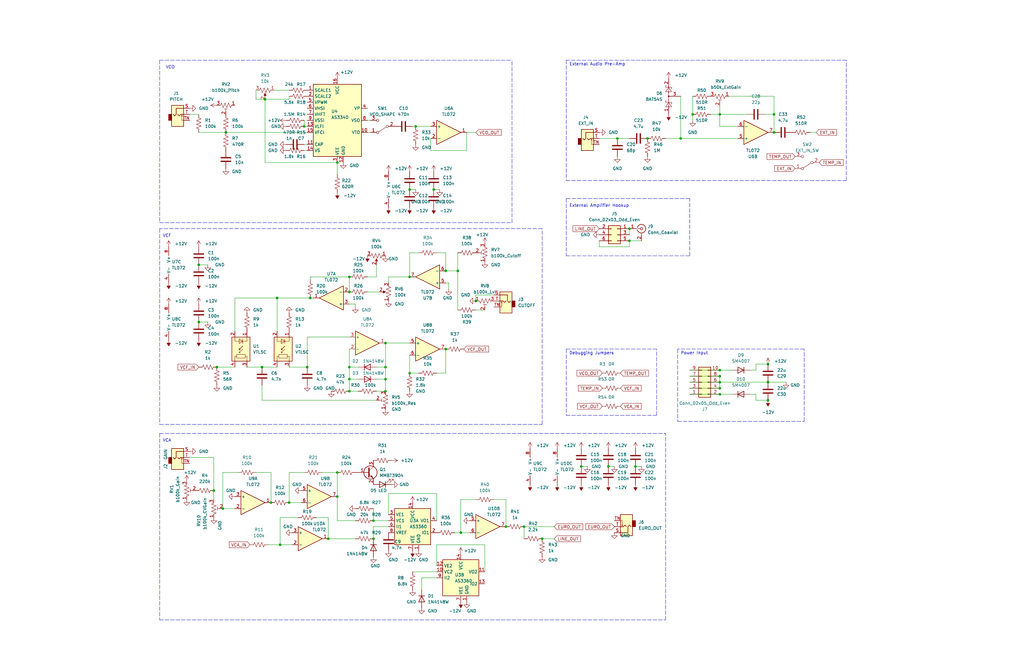
<source format=kicad_sch>
(kicad_sch (version 20211123) (generator eeschema)
  (paper "B")
  (title_block (title "2022 Burning Man Synth"))
  (junction (at 95.25 55.88))
  (junction (at 129.54 154.94))
  (junction (at 292.1 48.26))
  (junction (at 162.56 154.94))
  (junction (at 172.72 157.48))
  (junction (at 303.53 166.37))
  (junction (at 147.32 123.19))
  (junction (at 116.84 125.73))
  (junction (at 194.31 224.79))
  (junction (at 142.24 209.55))
  (junction (at 303.53 156.21))
  (junction (at 213.36 222.25))
  (junction (at 121.92 212.09))
  (junction (at 157.48 227.33))
  (junction (at 162.56 144.78))
  (junction (at 228.6 227.33))
  (junction (at 303.53 158.75))
  (junction (at 147.32 154.94))
  (junction (at 323.85 161.29))
  (junction (at 172.72 116.84))
  (junction (at 110.49 154.94))
  (junction (at 83.82 111.76))
  (junction (at 93.98 214.63))
  (junction (at 111.76 41.91))
  (junction (at 147.32 116.84))
  (junction (at 260.35 58.42))
  (junction (at 220.98 222.25))
  (junction (at 303.53 161.29))
  (junction (at 118.11 229.87))
  (junction (at 256.54 196.85))
  (junction (at 128.27 53.34))
  (junction (at 265.43 101.6))
  (junction (at 182.88 80.01))
  (junction (at 326.39 55.88))
  (junction (at 323.85 168.91))
  (junction (at 130.81 125.73))
  (junction (at 172.72 80.01))
  (junction (at 287.02 58.42))
  (junction (at 83.82 135.89))
  (junction (at 138.43 227.33))
  (junction (at 200.66 127))
  (junction (at 114.3 212.09))
  (junction (at 157.48 219.71))
  (junction (at 265.43 96.52))
  (junction (at 267.97 196.85))
  (junction (at 245.11 196.85))
  (junction (at 175.26 53.34))
  (junction (at 323.85 153.67))
  (junction (at 326.39 48.26))
  (junction (at 187.96 114.3))
  (junction (at 303.53 163.83))
  (junction (at 193.04 114.3))
  (junction (at 142.24 199.39))
  (junction (at 303.53 48.26))
  (junction (at 147.32 160.02))
  (junction (at 187.96 147.32))
  (junction (at 90.17 207.01))
  (junction (at 147.32 165.1))
  (junction (at 162.56 160.02))
  (junction (at 91.44 154.94))
  (junction (at 273.05 58.42))
  (junction (at 162.56 165.1))
  (junction (at 142.24 68.58))
  (wire (pts (xy 187.96 157.48) (xy 187.96 147.32)))
  (wire (pts (xy 121.92 212.09) (xy 127 212.09)))
  (wire (pts (xy 228.6 227.33) (xy 233.68 227.33)))
  (wire (pts (xy 147.32 160.02) (xy 147.32 154.94)))
  (wire (pts (xy 265.43 104.14) (xy 265.43 101.6)))
  (wire (pts (xy 80.01 193.04) (xy 90.17 193.04)))
  (wire (pts (xy 213.36 210.82) (xy 213.36 222.25)))
  (polyline (pts (xy 290.83 107.95) (xy 290.83 83.82)))
  (wire (pts (xy 172.72 80.01) (xy 175.26 80.01)))
  (wire (pts (xy 303.53 166.37) (xy 308.61 166.37)))
  (wire (pts (xy 208.28 210.82) (xy 213.36 210.82)))
  (wire (pts (xy 90.17 193.04) (xy 90.17 207.01)))
  (wire (pts (xy 184.15 157.48) (xy 187.96 157.48)))
  (polyline (pts (xy 215.9 93.98) (xy 215.9 25.4)))
  (wire (pts (xy 110.49 162.56) (xy 110.49 168.91)))
  (wire (pts (xy 200.66 130.81) (xy 204.47 130.81)))
  (wire (pts (xy 83.82 55.88) (xy 95.25 55.88)))
  (wire (pts (xy 265.43 101.6) (xy 270.51 101.6)))
  (wire (pts (xy 151.13 165.1) (xy 147.32 165.1)))
  (polyline (pts (xy 238.76 25.4) (xy 238.76 76.2)))
  (wire (pts (xy 128.27 53.34) (xy 129.54 53.34)))
  (polyline (pts (xy 67.31 25.4) (xy 215.9 25.4)))
  (wire (pts (xy 118.11 229.87) (xy 123.19 229.87)))
  (wire (pts (xy 130.81 118.11) (xy 130.81 116.84)))
  (wire (pts (xy 93.98 199.39) (xy 93.98 214.63)))
  (wire (pts (xy 326.39 48.26) (xy 322.58 48.26)))
  (wire (pts (xy 99.06 125.73) (xy 116.84 125.73)))
  (wire (pts (xy 181.61 53.34) (xy 175.26 53.34)))
  (polyline (pts (xy 238.76 175.26) (xy 276.86 175.26)))
  (wire (pts (xy 341.63 55.88) (xy 344.17 55.88)))
  (wire (pts (xy 83.82 135.89) (xy 87.63 135.89)))
  (wire (pts (xy 200.66 210.82) (xy 194.31 210.82)))
  (wire (pts (xy 158.75 154.94) (xy 162.56 154.94)))
  (wire (pts (xy 128.27 50.8) (xy 128.27 53.34)))
  (wire (pts (xy 142.24 199.39) (xy 142.24 209.55)))
  (wire (pts (xy 99.06 139.7) (xy 99.06 125.73)))
  (wire (pts (xy 138.43 227.33) (xy 138.43 218.44)))
  (wire (pts (xy 184.15 208.28) (xy 184.15 219.71)))
  (wire (pts (xy 110.49 168.91) (xy 158.75 168.91)))
  (wire (pts (xy 290.83 161.29) (xy 303.53 161.29)))
  (wire (pts (xy 163.83 119.38) (xy 163.83 116.84)))
  (wire (pts (xy 318.77 166.37) (xy 316.23 166.37)))
  (wire (pts (xy 93.98 214.63) (xy 99.06 214.63)))
  (wire (pts (xy 80.01 48.26) (xy 83.82 48.26)))
  (wire (pts (xy 196.85 55.88) (xy 196.85 63.5)))
  (wire (pts (xy 187.96 119.38) (xy 189.23 119.38)))
  (polyline (pts (xy 67.31 182.88) (xy 280.67 182.88)))
  (wire (pts (xy 220.98 222.25) (xy 233.68 222.25)))
  (wire (pts (xy 290.83 156.21) (xy 303.53 156.21)))
  (wire (pts (xy 173.99 241.3) (xy 184.15 241.3)))
  (wire (pts (xy 158.75 165.1) (xy 162.56 165.1)))
  (polyline (pts (xy 356.87 25.4) (xy 238.76 25.4)))
  (wire (pts (xy 147.32 142.24) (xy 129.54 142.24)))
  (wire (pts (xy 129.54 142.24) (xy 129.54 154.94)))
  (wire (pts (xy 158.75 116.84) (xy 158.75 111.76)))
  (wire (pts (xy 184.15 229.87) (xy 204.47 229.87)))
  (wire (pts (xy 154.94 55.88) (xy 156.21 55.88)))
  (polyline (pts (xy 339.09 147.32) (xy 285.75 147.32)))
  (wire (pts (xy 260.35 58.42) (xy 265.43 58.42)))
  (wire (pts (xy 130.81 116.84) (xy 147.32 116.84)))
  (wire (pts (xy 200.66 124.46) (xy 200.66 127)))
  (wire (pts (xy 200.66 55.88) (xy 196.85 55.88)))
  (wire (pts (xy 128.27 63.5) (xy 129.54 63.5)))
  (wire (pts (xy 125.73 218.44) (xy 118.11 218.44)))
  (wire (pts (xy 156.21 50.8) (xy 154.94 50.8)))
  (wire (pts (xy 290.83 166.37) (xy 303.53 166.37)))
  (wire (pts (xy 172.72 106.68) (xy 172.72 116.84)))
  (wire (pts (xy 142.24 73.66) (xy 142.24 68.58)))
  (wire (pts (xy 194.31 210.82) (xy 194.31 224.79)))
  (wire (pts (xy 292.1 48.26) (xy 292.1 50.8)))
  (wire (pts (xy 323.85 161.29) (xy 331.47 161.29)))
  (wire (pts (xy 95.25 55.88) (xy 129.54 55.88)))
  (wire (pts (xy 121.92 154.94) (xy 129.54 154.94)))
  (polyline (pts (xy 67.31 179.07) (xy 228.6 179.07)))
  (wire (pts (xy 114.3 199.39) (xy 107.95 199.39)))
  (wire (pts (xy 142.24 199.39) (xy 135.89 199.39)))
  (wire (pts (xy 194.31 224.79) (xy 198.12 224.79)))
  (wire (pts (xy 245.11 196.85) (xy 247.65 196.85)))
  (wire (pts (xy 193.04 114.3) (xy 187.96 114.3)))
  (wire (pts (xy 90.17 207.01) (xy 90.17 210.82)))
  (wire (pts (xy 147.32 154.94) (xy 151.13 154.94)))
  (wire (pts (xy 193.04 106.68) (xy 193.04 114.3)))
  (polyline (pts (xy 67.31 96.52) (xy 67.31 179.07)))
  (wire (pts (xy 184.15 106.68) (xy 187.96 106.68)))
  (wire (pts (xy 318.77 168.91) (xy 318.77 166.37)))
  (wire (pts (xy 157.48 222.25) (xy 157.48 227.33)))
  (wire (pts (xy 163.83 208.28) (xy 184.15 208.28)))
  (wire (pts (xy 118.11 229.87) (xy 113.03 229.87)))
  (wire (pts (xy 176.53 106.68) (xy 172.72 106.68)))
  (wire (pts (xy 157.48 214.63) (xy 157.48 219.71)))
  (polyline (pts (xy 339.09 177.8) (xy 339.09 147.32)))
  (polyline (pts (xy 276.86 175.26) (xy 276.86 147.32)))
  (wire (pts (xy 100.33 199.39) (xy 93.98 199.39)))
  (wire (pts (xy 138.43 218.44) (xy 133.35 218.44)))
  (wire (pts (xy 311.15 53.34) (xy 303.53 53.34)))
  (wire (pts (xy 299.72 48.26) (xy 303.53 48.26)))
  (polyline (pts (xy 285.75 147.32) (xy 285.75 177.8)))
  (wire (pts (xy 149.86 227.33) (xy 138.43 227.33)))
  (wire (pts (xy 116.84 125.73) (xy 116.84 139.7)))
  (wire (pts (xy 290.83 163.83) (xy 303.53 163.83)))
  (wire (pts (xy 116.84 125.73) (xy 130.81 125.73)))
  (wire (pts (xy 189.23 119.38) (xy 189.23 121.92)))
  (wire (pts (xy 121.92 41.91) (xy 121.92 40.64)))
  (wire (pts (xy 303.53 53.34) (xy 303.53 48.26)))
  (wire (pts (xy 307.34 40.64) (xy 326.39 40.64)))
  (polyline (pts (xy 228.6 96.52) (xy 67.31 96.52)))
  (wire (pts (xy 147.32 165.1) (xy 147.32 160.02)))
  (wire (pts (xy 83.82 111.76) (xy 87.63 111.76)))
  (wire (pts (xy 157.48 219.71) (xy 163.83 219.71)))
  (wire (pts (xy 104.14 154.94) (xy 110.49 154.94)))
  (wire (pts (xy 163.83 217.17) (xy 163.83 208.28)))
  (polyline (pts (xy 67.31 93.98) (xy 215.9 93.98)))
  (polyline (pts (xy 228.6 179.07) (xy 228.6 96.52)))
  (wire (pts (xy 267.97 196.85) (xy 270.51 196.85)))
  (wire (pts (xy 204.47 229.87) (xy 204.47 241.3)))
  (wire (pts (xy 147.32 128.27) (xy 149.86 128.27)))
  (polyline (pts (xy 238.76 147.32) (xy 238.76 175.26)))
  (wire (pts (xy 187.96 106.68) (xy 187.96 114.3)))
  (wire (pts (xy 172.72 157.48) (xy 176.53 157.48)))
  (wire (pts (xy 142.24 209.55) (xy 142.24 219.71)))
  (wire (pts (xy 290.83 158.75) (xy 303.53 158.75)))
  (wire (pts (xy 181.61 63.5) (xy 181.61 58.42)))
  (wire (pts (xy 182.88 80.01) (xy 185.42 80.01)))
  (wire (pts (xy 149.86 128.27) (xy 149.86 129.54)))
  (wire (pts (xy 303.53 48.26) (xy 303.53 44.45)))
  (wire (pts (xy 252.73 101.6) (xy 252.73 104.14)))
  (wire (pts (xy 154.94 116.84) (xy 158.75 116.84)))
  (wire (pts (xy 287.02 58.42) (xy 311.15 58.42)))
  (wire (pts (xy 162.56 154.94) (xy 162.56 144.78)))
  (wire (pts (xy 162.56 144.78) (xy 172.72 144.78)))
  (wire (pts (xy 177.8 243.84) (xy 177.8 248.92)))
  (polyline (pts (xy 67.31 182.88) (xy 67.31 261.62)))
  (wire (pts (xy 196.85 63.5) (xy 181.61 63.5)))
  (wire (pts (xy 326.39 40.64) (xy 326.39 48.26)))
  (wire (pts (xy 208.28 124.46) (xy 200.66 124.46)))
  (wire (pts (xy 292.1 40.64) (xy 292.1 48.26)))
  (wire (pts (xy 303.53 156.21) (xy 308.61 156.21)))
  (polyline (pts (xy 285.75 177.8) (xy 339.09 177.8)))
  (polyline (pts (xy 238.76 76.2) (xy 356.87 76.2)))
  (wire (pts (xy 111.76 68.58) (xy 142.24 68.58)))
  (wire (pts (xy 128.27 60.96) (xy 129.54 60.96)))
  (wire (pts (xy 147.32 147.32) (xy 147.32 154.94)))
  (wire (pts (xy 280.67 58.42) (xy 287.02 58.42)))
  (wire (pts (xy 163.83 116.84) (xy 172.72 116.84)))
  (wire (pts (xy 303.53 161.29) (xy 303.53 158.75)))
  (wire (pts (xy 149.86 219.71) (xy 142.24 219.71)))
  (wire (pts (xy 193.04 114.3) (xy 193.04 130.81)))
  (wire (pts (xy 265.43 96.52) (xy 265.43 99.06)))
  (wire (pts (xy 163.83 222.25) (xy 157.48 222.25)))
  (wire (pts (xy 114.3 212.09) (xy 114.3 199.39)))
  (wire (pts (xy 154.94 123.19) (xy 160.02 123.19)))
  (wire (pts (xy 172.72 149.86) (xy 172.72 157.48)))
  (wire (pts (xy 158.75 160.02) (xy 162.56 160.02)))
  (wire (pts (xy 318.77 156.21) (xy 316.23 156.21)))
  (wire (pts (xy 128.27 199.39) (xy 121.92 199.39)))
  (polyline (pts (xy 290.83 83.82) (xy 238.76 83.82)))
  (wire (pts (xy 107.95 41.91) (xy 111.76 41.91)))
  (wire (pts (xy 252.73 104.14) (xy 265.43 104.14)))
  (wire (pts (xy 110.49 154.94) (xy 116.84 154.94)))
  (wire (pts (xy 162.56 165.1) (xy 162.56 160.02)))
  (wire (pts (xy 175.26 53.34) (xy 173.99 53.34)))
  (wire (pts (xy 220.98 222.25) (xy 220.98 227.33)))
  (wire (pts (xy 162.56 160.02) (xy 162.56 154.94)))
  (wire (pts (xy 326.39 55.88) (xy 326.39 48.26)))
  (wire (pts (xy 151.13 160.02) (xy 147.32 160.02)))
  (wire (pts (xy 303.53 163.83) (xy 303.53 161.29)))
  (polyline (pts (xy 238.76 107.95) (xy 290.83 107.95)))
  (polyline (pts (xy 67.31 261.62) (xy 280.67 261.62)))
  (wire (pts (xy 184.15 238.76) (xy 184.15 229.87)))
  (polyline (pts (xy 67.31 25.4) (xy 67.31 93.98)))
  (wire (pts (xy 184.15 243.84) (xy 177.8 243.84)))
  (wire (pts (xy 107.95 38.1) (xy 107.95 41.91)))
  (wire (pts (xy 323.85 168.91) (xy 318.77 168.91)))
  (wire (pts (xy 303.53 48.26) (xy 314.96 48.26)))
  (wire (pts (xy 115.57 38.1) (xy 121.92 38.1)))
  (wire (pts (xy 111.76 41.91) (xy 121.92 41.91)))
  (polyline (pts (xy 238.76 83.82) (xy 238.76 107.95)))
  (wire (pts (xy 256.54 196.85) (xy 259.08 196.85)))
  (wire (pts (xy 191.77 224.79) (xy 194.31 224.79)))
  (wire (pts (xy 118.11 218.44) (xy 118.11 229.87)))
  (polyline (pts (xy 238.76 147.32) (xy 276.86 147.32)))
  (wire (pts (xy 287.02 40.64) (xy 287.02 58.42)))
  (wire (pts (xy 91.44 154.94) (xy 99.06 154.94)))
  (wire (pts (xy 121.92 199.39) (xy 121.92 212.09)))
  (polyline (pts (xy 280.67 261.62) (xy 280.67 182.88)))
  (wire (pts (xy 130.81 125.73) (xy 132.08 125.73)))
  (wire (pts (xy 111.76 41.91) (xy 111.76 68.58)))
  (wire (pts (xy 323.85 153.67) (xy 318.77 153.67)))
  (polyline (pts (xy 356.87 76.2) (xy 356.87 25.4)))
  (wire (pts (xy 303.53 161.29) (xy 323.85 161.29)))
  (wire (pts (xy 252.73 58.42) (xy 260.35 58.42)))
  (wire (pts (xy 318.77 153.67) (xy 318.77 156.21)))
  (wire (pts (xy 147.32 116.84) (xy 147.32 123.19)))
  (text "VCF" (at 68.58 100.33 0) (effects (font (size 1.27 1.27)) (justify left bottom)))
  (text "VCA" (at 68.58 186.69 0) (effects (font (size 1.27 1.27)) (justify left bottom)))
  (text "Debugging Jumpers" (at 240.03 149.86 0) (effects (font (size 1.27 1.27)) (justify left bottom)))
  (text "VCO" (at 69.85 29.21 0) (effects (font (size 1.27 1.27)) (justify left bottom)))
  (text "Power Input" (at 287.02 149.86 0) (effects (font (size 1.27 1.27)) (justify left bottom)))
  (text "External Amplifier Hookup" (at 240.03 87.63 0) (effects (font (size 1.27 1.27)) (justify left bottom)))
  (text "External Audio Pre-Amp" (at 240.03 27.94 0) (effects (font (size 1.27 1.27)) (justify left bottom)))
  (global_label "TEMP_OUT" (shape input) (at 335.28 66.04 180) (property "Intersheet References" "${INTERSHEET_REFS}" (effects hide)))
  (global_label "LINE_OUT" (shape input) (at 233.68 227.33 0) (property "Intersheet References" "${INTERSHEET_REFS}" (effects hide)))
  (global_label "TEMP_IN" (shape input) (at 345.44 68.58 0) (property "Intersheet References" "${INTERSHEET_REFS}" (effects hide)))
  (global_label "TEMP_IN" (shape input) (at 254 163.83 180) (property "Intersheet References" "${INTERSHEET_REFS}" (effects hide)))
  (global_label "VCA_IN" (shape input) (at 261.62 171.45 0) (property "Intersheet References" "${INTERSHEET_REFS}" (effects hide)))
  (global_label "LINE_OUT" (shape input) (at 252.73 96.52 180) (property "Intersheet References" "${INTERSHEET_REFS}" (effects hide)))
  (global_label "EURO_OUT" (shape input) (at 233.68 222.25 0) (property "Intersheet References" "${INTERSHEET_REFS}" (effects hide)))
  (global_label "EXT_IN" (shape input) (at 344.17 55.88 0) (property "Intersheet References" "${INTERSHEET_REFS}" (effects hide)))
  (global_label "VCO_OUT" (shape input) (at 200.66 55.88 0) (property "Intersheet References" "${INTERSHEET_REFS}" (effects hide)))
  (global_label "EURO_OUT" (shape input) (at 259.08 222.25 180) (property "Intersheet References" "${INTERSHEET_REFS}" (effects hide)))
  (global_label "EXT_IN" (shape input) (at 335.28 71.12 180) (property "Intersheet References" "${INTERSHEET_REFS}" (effects hide)))
  (global_label "VCA_IN" (shape input) (at 105.41 229.87 180) (property "Intersheet References" "${INTERSHEET_REFS}" (effects hide)))
  (global_label "VCF_IN" (shape input) (at 261.62 163.83 0) (property "Intersheet References" "${INTERSHEET_REFS}" (effects hide)))
  (global_label "VCO_OUT" (shape input) (at 254 157.48 180) (property "Intersheet References" "${INTERSHEET_REFS}" (effects hide)))
  (global_label "TEMP_OUT" (shape input) (at 261.62 157.48 0) (property "Intersheet References" "${INTERSHEET_REFS}" (effects hide)))
  (global_label "VCF_OUT" (shape input) (at 254 171.45 180) (property "Intersheet References" "${INTERSHEET_REFS}" (effects hide)))
  (global_label "VCF_IN" (shape input) (at 83.82 154.94 180) (property "Intersheet References" "${INTERSHEET_REFS}" (effects hide)))
  (global_label "VCF_OUT" (shape input) (at 195.58 147.32 0) (property "Intersheet References" "${INTERSHEET_REFS}" (effects hide)))
  (symbol (lib_id "Diode:BAT54S") (at 281.94 40.64 90) (unit 1)
    (property "Reference" "D6" (at 279.4 39.3699 90) (effects (justify left)))
    (property "Value" "BAT54S" (at 279.4 41.9099 90) (effects (justify left)))
    (property "Footprint" "Package_TO_SOT_SMD:SOT-23" (effects hide))
    (property "Datasheet" "https://www.diodes.com/assets/Datasheets/ds11005.pdf" (effects hide))
  )
  (symbol (lib_id "Amplifier_Operational:TL072") (at 73.66 111.76 0) (unit 3)
    (property "Reference" "U7" (at 72.39 110.4899 0) (effects (justify left)))
    (property "Value" "TL072" (at 72.39 113.0299 0) (effects (justify left)))
    (property "Footprint" "Package_SO:SOIC-8_3.9x4.9mm_P1.27mm" (effects hide))
    (property "Datasheet" "http://www.ti.com/lit/ds/symlink/tl071.pdf" (effects hide))
  )
  (symbol (lib_id "power:+12V") (at 173.99 212.09 0) (unit 1)
    (property "Reference" "#PWR052" (effects hide))
    (property "Value" "+12V" (at 175.26 210.82 0) (effects (justify left)))
  )
  (symbol (lib_id "Device:R_US") (at 224.79 227.33 270) (unit 1)
    (property "Reference" "R42" (at 224.79 220.98 90))
    (property "Value" "2.2k" (at 224.79 223.52 90))
    (property "Footprint" "Resistor_SMD:R_0603_1608Metric" (effects hide))
  )
  (symbol (lib_id "Device:R_US") (at 196.85 130.81 270) (unit 1)
    (property "Reference" "R39" (at 196.85 135.89 90))
    (property "Value" "100k" (at 196.85 133.35 90))
    (property "Footprint" "Resistor_SMD:R_0603_1608Metric" (effects hide))
  )
  (symbol (lib_id "power:-12V") (at 194.31 254 180) (unit 1)
    (property "Reference" "#PWR028" (effects hide))
    (property "Value" "-12V" (at 189.23 257.81 0) (effects (justify right)))
  )
  (symbol (lib_id "Connector_Generic:Conn_02x05_Odd_Even") (at 295.91 161.29 0) (mirror x) (unit 1)
    (property "Reference" "J7" (at 297.18 172.72 0))
    (property "Value" "Conn_02x05_Odd_Even" (at 297.18 170.18 0))
    (property "Footprint" "Connector_IDC:IDC-Header_2x05_P2.54mm_Vertical" (effects hide))
  )
  (symbol (lib_id "power:GND") (at 252.73 99.06 270) (unit 1)
    (property "Reference" "#PWR095" (effects hide))
    (property "Value" "GND" (at 248.92 99.0599 90) (effects (justify right)))
  )
  (symbol (lib_id "power:-12V") (at 173.99 232.41 180) (unit 1)
    (property "Reference" "#PWR053" (effects hide))
    (property "Value" "-12V" (at 170.18 236.22 0) (effects (justify right)))
  )
  (symbol (lib_id "Switch:SW_SPDT") (at 340.36 68.58 180) (unit 1)
    (property "Reference" "SW2" (at 340.36 60.96 0))
    (property "Value" "EXT_IN_SW" (at 340.36 63.5 0))
    (property "Footprint" "4MS Switches:Switch_Toggle_SPDT_Mini_SolderLug" (effects hide))
  )
  (symbol (lib_id "Device:R_US") (at 95.25 52.07 180) (unit 1)
    (property "Reference" "R6" (at 97.79 50.7999 0) (effects (justify right)))
    (property "Value" "100k" (at 97.79 53.3399 0) (effects (justify right)))
    (property "Footprint" "Resistor_SMD:R_0603_1608Metric" (effects hide))
  )
  (symbol (lib_id "power:GND") (at 121.92 132.08 180) (unit 1)
    (property "Reference" "#PWR026" (effects hide))
    (property "Value" "GND" (at 124.46 130.8099 0) (effects (justify right)))
  )
  (symbol (lib_id "power:GND") (at 252.73 55.88 90) (unit 1)
    (property "Reference" "#PWR073" (effects hide))
    (property "Value" "GND" (at 256.54 55.8799 90) (effects (justify right)))
  )
  (symbol (lib_id "power:GND") (at 185.42 80.01 0) (unit 1)
    (property "Reference" "#PWR059" (effects hide))
    (property "Value" "GND" (at 185.42 85.09 0))
  )
  (symbol (lib_id "power:GND") (at 162.56 172.72 0) (unit 1)
    (property "Reference" "#PWR042" (effects hide))
    (property "Value" "GND" (at 165.1 172.72 0) (effects (justify left)))
  )
  (symbol (lib_id "power:GND") (at 80.01 190.5 90) (unit 1)
    (property "Reference" "#PWR012" (effects hide))
    (property "Value" "GND" (at 83.82 190.5 90) (effects (justify right)))
  )
  (symbol (lib_id "Diode:1N4148W") (at 157.48 231.14 270) (unit 1)
    (property "Reference" "D4" (at 152.4 231.14 90) (effects (justify left)))
    (property "Value" "1N4148W" (at 146.05 233.68 90) (effects (justify left)))
    (property "Footprint" "Diode_SMD:D_SOD-123" (effects hide))
    (property "Datasheet" "https://www.vishay.com/docs/85748/1n4148w.pdf" (effects hide))
  )
  (symbol (lib_id "Device:R_US") (at 151.13 116.84 270) (unit 1)
    (property "Reference" "R25" (at 151.13 111.76 90))
    (property "Value" "100k" (at 151.13 114.3 90))
    (property "Footprint" "Resistor_SMD:R_0603_1608Metric" (effects hide))
  )
  (symbol (lib_id "power:GND") (at 127 207.01 270) (unit 1)
    (property "Reference" "#PWR031" (effects hide))
    (property "Value" "GND" (at 123.19 204.47 90) (effects (justify left)))
  )
  (symbol (lib_id "power:GND") (at 162.56 107.95 0) (unit 1)
    (property "Reference" "#PWR041" (effects hide))
    (property "Value" "GND" (at 163.83 109.22 0) (effects (justify left)))
  )
  (symbol (lib_id "Device:R_US") (at 257.81 163.83 90) (unit 1)
    (property "Reference" "R53" (at 254 160.02 90))
    (property "Value" "0R" (at 257.81 160.02 90))
    (property "Footprint" "Resistor_SMD:R_0603_1608Metric" (effects hide))
  )
  (symbol (lib_id "power:-12V") (at 163.83 87.63 180) (unit 1)
    (property "Reference" "#PWR044" (effects hide))
    (property "Value" "-12V" (at 166.37 88.8999 0) (effects (justify right)))
  )
  (symbol (lib_id "Device:C") (at 330.2 55.88 90) (mirror x) (unit 1)
    (property "Reference" "C33" (at 330.2 48.26 90))
    (property "Value" "4.7u" (at 330.2 50.8 90))
    (property "Footprint" "Capacitor_SMD:C_0603_1608Metric" (effects hide))
  )
  (symbol (lib_id "Device:R_US") (at 228.6 231.14 180) (unit 1)
    (property "Reference" "R43" (at 231.14 229.87 0) (effects (justify right)))
    (property "Value" "1k" (at 231.14 232.4099 0) (effects (justify right)))
    (property "Footprint" "Resistor_SMD:R_0603_1608Metric" (effects hide))
  )
  (symbol (lib_id "Device:C") (at 172.72 76.2 0) (unit 1)
    (property "Reference" "C11" (at 176.53 74.9299 0) (effects (justify left)))
    (property "Value" "100n" (at 176.53 77.4699 0) (effects (justify left)))
    (property "Footprint" "Capacitor_SMD:C_0603_1608Metric" (effects hide))
  )
  (symbol (lib_id "power:GND") (at 228.6 234.95 0) (unit 1)
    (property "Reference" "#PWR067" (effects hide))
    (property "Value" "GND" (at 231.14 236.2199 0) (effects (justify left)))
  )
  (symbol (lib_id "Connector:AudioJack2_SwitchT") (at 213.36 127 0) (mirror y) (unit 1)
    (property "Reference" "J3" (at 218.44 126.3649 0) (effects (justify right)))
    (property "Value" "CUTOFF" (at 218.44 128.9049 0) (effects (justify right)))
    (property "Footprint" "Connector_Audio:Jack_3.5mm_QingPu_WQP-PJ398SM_Vertical_CircularHoles" (effects hide))
  )
  (symbol (lib_id "Device:R_Potentiometer_Trim_US") (at 90.17 214.63 0) (mirror x) (unit 1)
    (property "Reference" "RV10" (at 83.82 222.25 90) (effects (justify right)))
    (property "Value" "b100k_CVGain" (at 86.36 223.52 90) (effects (justify right)))
    (property "Footprint" "Potentiometer_THT:Potentiometer_Alpha_RD901F-40-00D_Single_Vertical" (effects hide))
  )
  (symbol (lib_id "Amplifier_Operational:TL072") (at 237.49 196.85 0) (unit 3)
    (property "Reference" "U10" (at 236.22 195.5799 0) (effects (justify left)))
    (property "Value" "TL072" (at 236.22 198.1199 0) (effects (justify left)))
    (property "Footprint" "Package_SO:SOIC-8_3.9x4.9mm_P1.27mm" (effects hide))
    (property "Datasheet" "http://www.ti.com/lit/ds/symlink/tl071.pdf" (effects hide))
  )
  (symbol (lib_id "Diode:1N4148W") (at 177.8 252.73 270) (unit 1)
    (property "Reference" "D1" (at 180.34 251.4599 90) (effects (justify left)))
    (property "Value" "1N4148W" (at 180.34 253.9999 90) (effects (justify left)))
    (property "Footprint" "Diode_SMD:D_SOD-123" (effects hide))
    (property "Datasheet" "https://www.vishay.com/docs/85748/1n4148w.pdf" (effects hide))
  )
  (symbol (lib_id "power:-12V") (at 223.52 204.47 180) (unit 1)
    (property "Reference" "#PWR066" (effects hide))
    (property "Value" "-12V" (at 226.06 205.7399 0) (effects (justify right)))
  )
  (symbol (lib_id "power:GND") (at 144.78 68.58 0) (unit 1)
    (property "Reference" "#PWR036" (effects hide))
    (property "Value" "GND" (at 147.32 69.8499 0) (effects (justify left)))
  )
  (symbol (lib_id "power:+12V") (at 83.82 128.27 0) (unit 1)
    (property "Reference" "#PWR010" (effects hide))
    (property "Value" "+12V" (at 86.36 126.9999 0) (effects (justify left)))
  )
  (symbol (lib_id "power:GND") (at 99.06 209.55 270) (unit 1)
    (property "Reference" "#PWR018" (effects hide))
    (property "Value" "GND" (at 95.25 207.01 90) (effects (justify left)))
  )
  (symbol (lib_id "power:+12V") (at 204.47 102.87 0) (unit 1)
    (property "Reference" "#PWR063" (effects hide))
    (property "Value" "+12V" (at 200.66 99.06 0) (effects (justify left)))
  )
  (symbol (lib_id "power:GND") (at 177.8 256.54 0) (unit 1)
    (property "Reference" "#PWR021" (effects hide))
    (property "Value" "GND" (at 180.34 257.8099 0) (effects (justify left)))
  )
  (symbol (lib_id "Device:C") (at 182.88 76.2 0) (unit 1)
    (property "Reference" "C13" (at 186.69 74.9299 0) (effects (justify left)))
    (property "Value" "100n" (at 186.69 77.4699 0) (effects (justify left)))
    (property "Footprint" "Capacitor_SMD:C_0603_1608Metric" (effects hide))
  )
  (symbol (lib_id "Device:C") (at 163.83 228.6 180) (unit 1)
    (property "Reference" "C9" (at 166.37 228.6 0) (effects (justify right)))
    (property "Value" "4.7n" (at 165.1 231.14 0) (effects (justify right)))
    (property "Footprint" "Capacitor_SMD:C_0603_1608Metric" (effects hide))
  )
  (symbol (lib_id "Device:R_US") (at 153.67 219.71 90) (unit 1)
    (property "Reference" "R28" (at 158.75 217.17 90))
    (property "Value" "20k" (at 153.67 217.17 90))
    (property "Footprint" "Resistor_SMD:R_0603_1608Metric" (effects hide))
  )
  (symbol (lib_id "power:+12V") (at 91.44 44.45 90) (unit 1)
    (property "Reference" "#PWR015" (effects hide))
    (property "Value" "+12V" (at 90.17 41.91 90) (effects (justify left)))
  )
  (symbol (lib_id "Transistor_BJT:MMBT3904") (at 154.94 199.39 0) (unit 1)
    (property "Reference" "Q1" (at 160.02 198.1199 0) (effects (justify left)))
    (property "Value" "MMBT3904" (at 160.02 200.6599 0) (effects (justify left)))
    (property "Footprint" "Package_TO_SOT_SMD:SOT-23" (effects hide))
    (property "Datasheet" "https://www.onsemi.com/pub/Collateral/2N3903-D.PDF" (effects hide))
  )
  (symbol (lib_id "power:+12V") (at 223.52 189.23 0) (unit 1)
    (property "Reference" "#PWR065" (effects hide))
    (property "Value" "+12V" (at 226.06 187.9599 0) (effects (justify left)))
  )
  (symbol (lib_id "power:+12V") (at 165.1 194.31 270) (unit 1)
    (property "Reference" "#PWR047" (effects hide))
    (property "Value" "+12V" (at 168.91 194.3099 90) (effects (justify left)))
  )
  (symbol (lib_id "power:+12V") (at 71.12 128.27 0) (unit 1)
    (property "Reference" "#PWR03" (effects hide))
    (property "Value" "+12V" (at 73.66 127 0) (effects (justify left)))
  )
  (symbol (lib_id "Device:R_US") (at 154.94 165.1 270) (unit 1)
    (property "Reference" "R30" (at 149.86 162.56 90))
    (property "Value" "100k" (at 156.21 162.56 90))
    (property "Footprint" "Resistor_SMD:R_0603_1608Metric" (effects hide))
  )
  (symbol (lib_id "Isolator:VTL5C") (at 119.38 147.32 270) (unit 1)
    (property "Reference" "U2" (at 124.46 146.0499 90) (effects (justify left)))
    (property "Value" "VTL5C" (at 124.46 148.5899 90) (effects (justify left)))
    (property "Footprint" "OptoDevice:PerkinElmer_VTL5C" (effects hide))
    (property "Datasheet" "http://www.qsl.net/wa1ion/vactrol/vactrol.pdf" (effects hide))
  )
  (symbol (lib_id "Device:C") (at 256.54 200.66 180) (unit 1)
    (property "Reference" "C19" (at 260.35 199.3899 0) (effects (justify right)))
    (property "Value" "100n" (at 260.35 201.9299 0) (effects (justify right)))
    (property "Footprint" "Capacitor_SMD:C_0603_1608Metric" (effects hide))
  )
  (symbol (lib_id "Amplifier_Operational:TL072") (at 73.66 135.89 0) (unit 3)
    (property "Reference" "U8" (at 72.39 134.6199 0) (effects (justify left)))
    (property "Value" "TL072" (at 72.39 137.1599 0) (effects (justify left)))
    (property "Footprint" "Package_SO:SOIC-8_3.9x4.9mm_P1.27mm" (effects hide))
    (property "Datasheet" "http://www.ti.com/lit/ds/symlink/tl071.pdf" (effects hide))
  )
  (symbol (lib_id "Device:R_Potentiometer_US") (at 158.75 107.95 270) (unit 1)
    (property "Reference" "RV4" (at 158.75 101.6 90))
    (property "Value" "100k" (at 158.75 104.14 90))
    (property "Footprint" "Potentiometer_SMD:Potentiometer_Bourns_3314G_Vertical" (effects hide))
  )
  (symbol (lib_id "power:GND") (at 204.47 110.49 0) (unit 1)
    (property "Reference" "#PWR064" (effects hide))
    (property "Value" "GND" (at 207.01 111.7599 0) (effects (justify left)))
  )
  (symbol (lib_id "power:GND") (at 163.83 232.41 0) (unit 1)
    (property "Reference" "#PWR046" (effects hide))
    (property "Value" "GND" (at 163.83 236.22 0) (effects (justify left)))
  )
  (symbol (lib_id "power:GND") (at 104.14 132.08 180) (unit 1)
    (property "Reference" "#PWR020" (effects hide))
    (property "Value" "GND" (at 106.68 130.8099 0) (effects (justify right)))
  )
  (symbol (lib_id "power:GND") (at 270.51 196.85 0) (unit 1)
    (property "Reference" "#PWR085" (effects hide))
    (property "Value" "GND" (at 274.32 196.85 0))
  )
  (symbol (lib_id "Device:R_US") (at 125.73 38.1 90) (unit 1)
    (property "Reference" "R17" (at 127 35.56 90))
    (property "Value" "24k" (at 121.92 35.56 90))
    (property "Footprint" "Resistor_SMD:R_0603_1608Metric" (effects hide))
  )
  (symbol (lib_id "Amplifier_Operational:TL072") (at 318.77 55.88 0) (mirror x) (unit 2)
    (property "Reference" "U6" (at 317.5 66.04 0))
    (property "Value" "TL072" (at 317.5 63.5 0))
    (property "Footprint" "Package_SO:SOIC-8_3.9x4.9mm_P1.27mm" (effects hide))
    (property "Datasheet" "http://www.ti.com/lit/ds/symlink/tl071.pdf" (effects hide))
  )
  (symbol (lib_id "power:-12V") (at 142.24 81.28 180) (unit 1)
    (property "Reference" "#PWR035" (effects hide))
    (property "Value" "-12V" (at 144.78 82.5499 0) (effects (justify right)))
  )
  (symbol (lib_id "power:GND") (at 139.7 165.1 0) (unit 1)
    (property "Reference" "#PWR033" (effects hide))
    (property "Value" "GND" (at 137.16 163.83 0) (effects (justify left)))
  )
  (symbol (lib_id "Device:R_US") (at 124.46 63.5 90) (unit 1)
    (property "Reference" "R16" (at 127 66.04 90))
    (property "Value" "1.8k" (at 121.92 66.04 90))
    (property "Footprint" "Resistor_SMD:R_0603_1608Metric" (effects hide))
  )
  (symbol (lib_id "Amplifier_Operational:TL072") (at 180.34 147.32 0) (unit 2)
    (property "Reference" "U8" (at 180.34 137.16 0))
    (property "Value" "TL072" (at 180.34 139.7 0))
    (property "Footprint" "Package_SO:SOIC-8_3.9x4.9mm_P1.27mm" (effects hide))
    (property "Datasheet" "http://www.ti.com/lit/ds/symlink/tl071.pdf" (effects hide))
  )
  (symbol (lib_id "Connector:AudioJack2_SwitchT") (at 74.93 193.04 0) (unit 1)
    (property "Reference" "J2" (at 69.85 196.85 90))
    (property "Value" "GAIN" (at 69.85 191.77 90))
    (property "Footprint" "Connector_Audio:Jack_3.5mm_QingPu_WQP-PJ398SM_Vertical_CircularHoles" (effects hide))
  )
  (symbol (lib_id "Connector_Generic:Conn_02x03_Odd_Even") (at 260.35 99.06 0) (mirror y) (unit 1)
    (property "Reference" "J5" (at 259.08 90.17 0))
    (property "Value" "Conn_02x03_Odd_Even" (at 259.08 92.71 0))
    (property "Footprint" "Connector_IDC:IDC-Header_2x03_P2.54mm_Vertical" (effects hide))
  )
  (symbol (lib_id "power:GND") (at 80.01 45.72 90) (unit 1)
    (property "Reference" "#PWR05" (effects hide))
    (property "Value" "GND" (at 83.82 45.7199 90) (effects (justify right)))
  )
  (symbol (lib_id "power:+12V") (at 83.82 104.14 0) (unit 1)
    (property "Reference" "#PWR08" (effects hide))
    (property "Value" "+12V" (at 86.36 102.8699 0) (effects (justify left)))
  )
  (symbol (lib_id "power:GND") (at 163.83 127 0) (unit 1)
    (property "Reference" "#PWR045" (effects hide))
    (property "Value" "GND" (at 166.37 128.2699 0) (effects (justify left)))
  )
  (symbol (lib_id "power:GND") (at 173.99 248.92 0) (unit 1)
    (property "Reference" "#PWR019" (effects hide))
    (property "Value" "GND" (at 171.45 254 0) (effects (justify left)))
  )
  (symbol (lib_id "Device:R_US") (at 187.96 224.79 90) (unit 1)
    (property "Reference" "R36" (at 187.96 218.44 90))
    (property "Value" "100k" (at 187.96 220.98 90))
    (property "Footprint" "Resistor_SMD:R_0603_1608Metric" (effects hide))
  )
  (symbol (lib_id "Device:C") (at 245.11 193.04 180) (unit 1)
    (property "Reference" "C15" (at 248.92 191.7699 0) (effects (justify right)))
    (property "Value" "100n" (at 248.92 194.3099 0) (effects (justify right)))
    (property "Footprint" "Capacitor_SMD:C_0603_1608Metric" (effects hide))
  )
  (symbol (lib_id "Device:R_US") (at 153.67 214.63 90) (unit 1)
    (property "Reference" "R27" (at 158.75 212.09 90))
    (property "Value" "6.8k" (at 153.67 212.09 90))
    (property "Footprint" "Resistor_SMD:R_0603_1608Metric" (effects hide))
  )
  (symbol (lib_id "power:-12V") (at 323.85 168.91 0) (mirror x) (unit 1)
    (property "Reference" "#PWR098" (effects hide))
    (property "Value" "-12V" (at 323.85 173.99 0))
  )
  (symbol (lib_id "power:-12V") (at 256.54 204.47 180) (unit 1)
    (property "Reference" "#PWR076" (effects hide))
    (property "Value" "-12V" (at 259.08 205.7399 0) (effects (justify right)))
  )
  (symbol (lib_id "power:GND") (at 149.86 214.63 270) (unit 1)
    (property "Reference" "#PWR038" (effects hide))
    (property "Value" "GND" (at 146.05 217.17 90) (effects (justify left)))
  )
  (symbol (lib_id "Device:C") (at 323.85 157.48 0) (mirror x) (unit 1)
    (property "Reference" "C29" (at 327.66 158.7501 0) (effects (justify left)))
    (property "Value" "22u" (at 327.66 156.2101 0) (effects (justify left)))
    (property "Footprint" "Capacitor_SMD:C_0805_2012Metric" (effects hide))
  )
  (symbol (lib_id "Amplifier_Operational:TL072") (at 139.7 125.73 180) (unit 1)
    (property "Reference" "U7" (at 139.7 115.57 0))
    (property "Value" "TL072" (at 139.7 118.11 0))
    (property "Footprint" "Package_SO:SOIC-8_3.9x4.9mm_P1.27mm" (effects hide))
    (property "Datasheet" "http://www.ti.com/lit/ds/symlink/tl071.pdf" (effects hide))
  )
  (symbol (lib_id "Device:R_US") (at 295.91 40.64 270) (unit 1)
    (property "Reference" "R50" (at 295.91 38.1 90))
    (property "Value" "510R" (at 295.91 43.18 90))
    (property "Footprint" "Resistor_SMD:R_0603_1608Metric" (effects hide))
  )
  (symbol (lib_id "power:GND") (at 331.47 161.29 0) (mirror y) (unit 1)
    (property "Reference" "#PWR0102" (effects hide))
    (property "Value" "GND" (at 335.28 162.56 0))
  )
  (symbol (lib_id "power:GND") (at 189.23 121.92 0) (unit 1)
    (property "Reference" "#PWR060" (effects hide))
    (property "Value" "GND" (at 186.69 125.73 0) (effects (justify left)))
  )
  (symbol (lib_id "Device:R_US") (at 257.81 171.45 90) (unit 1)
    (property "Reference" "R54" (at 254 167.64 90))
    (property "Value" "0R" (at 257.81 167.64 90))
    (property "Footprint" "Resistor_SMD:R_0603_1608Metric" (effects hide))
  )
  (symbol (lib_id "Device:R_US") (at 104.14 135.89 180) (unit 1)
    (property "Reference" "R9" (at 106.68 134.6199 0) (effects (justify right)))
    (property "Value" "1k" (at 106.68 137.1599 0) (effects (justify right)))
    (property "Footprint" "Resistor_SMD:R_0603_1608Metric" (effects hide))
  )
  (symbol (lib_id "power:+12V") (at 71.12 104.14 0) (unit 1)
    (property "Reference" "#PWR01" (effects hide))
    (property "Value" "+12V" (at 73.66 102.87 0) (effects (justify left)))
  )
  (symbol (lib_id "Device:R_US") (at 295.91 48.26 270) (unit 1)
    (property "Reference" "R51" (at 295.91 45.72 90))
    (property "Value" "510R" (at 295.91 50.8 90))
    (property "Footprint" "Resistor_SMD:R_0603_1608Metric" (effects hide))
  )
  (symbol (lib_id "Device:R_US") (at 161.29 194.31 90) (unit 1)
    (property "Reference" "R31" (at 161.29 187.96 90))
    (property "Value" "1k" (at 161.29 190.5 90))
    (property "Footprint" "Resistor_SMD:R_0603_1608Metric" (effects hide))
  )
  (symbol (lib_id "power:GND") (at 260.35 66.04 0) (unit 1)
    (property "Reference" "#PWR079" (effects hide))
    (property "Value" "GND" (at 260.35 71.12 0))
  )
  (symbol (lib_id "Amplifier_Operational:TL072") (at 134.62 209.55 0) (unit 2)
    (property "Reference" "U9" (at 137.16 201.93 0))
    (property "Value" "TL072" (at 137.16 204.47 0))
    (property "Footprint" "Package_SO:SOIC-8_3.9x4.9mm_P1.27mm" (effects hide))
    (property "Datasheet" "http://www.ti.com/lit/ds/symlink/tl071.pdf" (effects hide))
  )
  (symbol (lib_id "power:+12V") (at 78.74 203.2 0) (unit 1)
    (property "Reference" "#PWR06" (effects hide))
    (property "Value" "+12V" (at 77.47 199.39 0) (effects (justify left)))
  )
  (symbol (lib_id "power:-12V") (at 71.12 119.38 180) (unit 1)
    (property "Reference" "#PWR02" (effects hide))
    (property "Value" "-12V" (at 73.66 120.65 0) (effects (justify right)))
  )
  (symbol (lib_id "Device:C") (at 267.97 193.04 180) (unit 1)
    (property "Reference" "C21" (at 271.78 191.7699 0) (effects (justify right)))
    (property "Value" "100n" (at 271.78 194.3099 0) (effects (justify right)))
    (property "Footprint" "Capacitor_SMD:C_0603_1608Metric" (effects hide))
  )
  (symbol (lib_id "Device:R_US") (at 83.82 52.07 180) (unit 1)
    (property "Reference" "R1" (at 86.36 50.7999 0) (effects (justify right)))
    (property "Value" "100k" (at 86.36 53.3399 0) (effects (justify right)))
    (property "Footprint" "Resistor_SMD:R_0603_1608Metric" (effects hide))
  )
  (symbol (lib_id "Device:R_US") (at 204.47 210.82 90) (unit 1)
    (property "Reference" "R40" (at 204.47 204.47 90))
    (property "Value" "100k" (at 204.47 207.01 90))
    (property "Footprint" "Resistor_SMD:R_0603_1608Metric" (effects hide))
  )
  (symbol (lib_id "power:GND") (at 91.44 162.56 0) (unit 1)
    (property "Reference" "#PWR016" (effects hide))
    (property "Value" "GND" (at 93.98 163.8299 0) (effects (justify left)))
  )
  (symbol (lib_id "Device:R_US") (at 153.67 227.33 90) (unit 1)
    (property "Reference" "R29" (at 158.75 224.79 90))
    (property "Value" "47k" (at 153.67 224.79 90))
    (property "Footprint" "Resistor_SMD:R_0603_1608Metric" (effects hide))
  )
  (symbol (lib_id "Device:R_US") (at 180.34 106.68 270) (unit 1)
    (property "Reference" "R34" (at 180.34 100.33 90))
    (property "Value" "100k" (at 180.34 102.87 90))
    (property "Footprint" "Resistor_SMD:R_0603_1608Metric" (effects hide))
  )
  (symbol (lib_id "Device:R_US") (at 129.54 218.44 90) (unit 1)
    (property "Reference" "R19" (at 129.54 215.9 90))
    (property "Value" "100k" (at 129.54 220.98 90))
    (property "Footprint" "Resistor_SMD:R_0603_1608Metric" (effects hide))
  )
  (symbol (lib_id "power:GND") (at 200.66 127 270) (unit 1)
    (property "Reference" "#PWR062" (effects hide))
    (property "Value" "GND" (at 194.31 124.46 90) (effects (justify left)))
  )
  (symbol (lib_id "Amplifier_Operational:TL072") (at 130.81 227.33 0) (unit 1)
    (property "Reference" "U10" (at 134.62 220.98 0))
    (property "Value" "TL072" (at 134.62 223.52 0))
    (property "Footprint" "Package_SO:SOIC-8_3.9x4.9mm_P1.27mm" (effects hide))
    (property "Datasheet" "http://www.ti.com/lit/ds/symlink/tl071.pdf" (effects hide))
  )
  (symbol (lib_id "power:GND") (at 247.65 196.85 0) (unit 1)
    (property "Reference" "#PWR072" (effects hide))
    (property "Value" "GND" (at 251.46 196.85 0))
  )
  (symbol (lib_id "Amplifier_Operational:TL072") (at 205.74 222.25 0) (unit 2)
    (property "Reference" "U10" (at 208.28 214.63 0))
    (property "Value" "TL072" (at 208.28 217.17 0))
    (property "Footprint" "Package_SO:SOIC-8_3.9x4.9mm_P1.27mm" (effects hide))
    (property "Datasheet" "http://www.ti.com/lit/ds/symlink/tl071.pdf" (effects hide))
  )
  (symbol (lib_id "Audio:AS3360") (at 194.31 243.84 0) (unit 2)
    (property "Reference" "U3" (at 191.77 242.57 0) (effects (justify left)))
    (property "Value" "AS3360" (at 191.77 245.11 0) (effects (justify left)))
    (property "Footprint" "Package_DIP:DIP-14_W7.62mm" (effects hide))
    (property "Datasheet" "http://www.alfarzpp.lv/eng/sc/AS3360.pdf" (effects hide))
  )
  (symbol (lib_id "Device:C") (at 83.82 139.7 180) (unit 1)
    (property "Reference" "C4" (at 87.63 138.4299 0) (effects (justify right)))
    (property "Value" "100n" (at 87.63 140.9699 0) (effects (justify right)))
    (property "Footprint" "Capacitor_SMD:C_0603_1608Metric" (effects hide))
  )
  (symbol (lib_id "Device:R_US") (at 276.86 58.42 270) (unit 1)
    (property "Reference" "R47" (at 276.86 52.07 90))
    (property "Value" "10k" (at 276.86 54.61 90))
    (property "Footprint" "Resistor_SMD:R_0603_1608Metric" (effects hide))
  )
  (symbol (lib_id "Amplifier_Operational:TL072") (at 154.94 144.78 0) (unit 1)
    (property "Reference" "U8" (at 154.94 134.62 0))
    (property "Value" "TL072" (at 154.94 137.16 0))
    (property "Footprint" "Package_SO:SOIC-8_3.9x4.9mm_P1.27mm" (effects hide))
    (property "Datasheet" "http://www.ti.com/lit/ds/symlink/tl071.pdf" (effects hide))
  )
  (symbol (lib_id "power:+12V") (at 172.72 72.39 0) (unit 1)
    (property "Reference" "#PWR049" (effects hide))
    (property "Value" "+12V" (at 175.26 71.1199 0) (effects (justify left)))
  )
  (symbol (lib_id "Device:R_US") (at 337.82 55.88 270) (unit 1)
    (property "Reference" "R52" (at 337.82 49.53 90))
    (property "Value" "510R" (at 337.82 52.07 90))
    (property "Footprint" "Resistor_SMD:R_0603_1608Metric" (effects hide))
  )
  (symbol (lib_id "power:GND") (at 165.1 204.47 90) (unit 1)
    (property "Reference" "#PWR048" (effects hide))
    (property "Value" "GND" (at 168.3744 204.4699 90) (effects (justify right)))
  )
  (symbol (lib_id "Device:C") (at 124.46 60.96 90) (unit 1)
    (property "Reference" "C7" (at 127 58.42 90))
    (property "Value" "1n" (at 121.92 58.42 90))
    (property "Footprint" "Capacitor_SMD:C_0603_1608Metric" (effects hide))
  )
  (symbol (lib_id "power:-12V") (at 245.11 204.47 180) (unit 1)
    (property "Reference" "#PWR071" (effects hide))
    (property "Value" "-12V" (at 247.65 205.7399 0) (effects (justify right)))
  )
  (symbol (lib_id "Device:R_US") (at 257.81 157.48 90) (unit 1)
    (property "Reference" "R3" (at 254 153.67 90))
    (property "Value" "0R" (at 257.81 153.67 90))
    (property "Footprint" "Resistor_SMD:R_0603_1608Metric" (effects hide))
  )
  (symbol (lib_id "power:GND") (at 120.65 60.96 270) (unit 1)
    (property "Reference" "#PWR024" (effects hide))
    (property "Value" "GND" (at 113.03 60.96 90) (effects (justify left)))
  )
  (symbol (lib_id "power:GND") (at 273.05 66.04 0) (unit 1)
    (property "Reference" "#PWR086" (effects hide))
    (property "Value" "GND" (at 273.05 71.12 0))
  )
  (symbol (lib_id "Device:R_Potentiometer_Trim_US") (at 78.74 207.01 0) (mirror x) (unit 1)
    (property "Reference" "RV1" (at 72.39 208.28 90) (effects (justify right)))
    (property "Value" "b100k_Gain" (at 74.93 212.09 90) (effects (justify right)))
    (property "Footprint" "Potentiometer_THT:Potentiometer_Alpha_RD901F-40-00D_Single_Vertical" (effects hide))
  )
  (symbol (lib_id "Device:R_US") (at 173.99 245.11 180) (unit 1)
    (property "Reference" "R8" (at 167.64 243.84 0) (effects (justify right)))
    (property "Value" "6.8k" (at 167.64 246.38 0) (effects (justify right)))
    (property "Footprint" "Resistor_SMD:R_0603_1608Metric" (effects hide))
  )
  (symbol (lib_id "Device:C") (at 129.54 158.75 180) (unit 1)
    (property "Reference" "C8" (at 133.35 157.4799 0) (effects (justify right)))
    (property "Value" "4.7n" (at 133.35 160.0199 0) (effects (justify right)))
    (property "Footprint" "Capacitor_SMD:C_0603_1608Metric" (effects hide))
  )
  (symbol (lib_id "Amplifier_Operational:TL072") (at 106.68 212.09 0) (unit 1)
    (property "Reference" "U9" (at 106.68 201.93 0))
    (property "Value" "TL072" (at 106.68 204.47 0))
    (property "Footprint" "Package_SO:SOIC-8_3.9x4.9mm_P1.27mm" (effects hide))
    (property "Datasheet" "http://www.ti.com/lit/ds/symlink/tl071.pdf" (effects hide))
  )
  (symbol (lib_id "power:-12V") (at 172.72 87.63 180) (unit 1)
    (property "Reference" "#PWR050" (effects hide))
    (property "Value" "-12V" (at 175.26 88.8999 0) (effects (justify right)))
  )
  (symbol (lib_id "Device:R_US") (at 217.17 222.25 90) (unit 1)
    (property "Reference" "R41" (at 217.17 215.9 90))
    (property "Value" "1k" (at 217.17 218.44 90))
    (property "Footprint" "Resistor_SMD:R_0603_1608Metric" (effects hide))
  )
  (symbol (lib_id "Audio:AS3360") (at 173.99 222.25 0) (unit 1)
    (property "Reference" "U3" (at 172.72 219.71 0) (effects (justify left)))
    (property "Value" "AS3360" (at 172.72 222.25 0) (effects (justify left)))
    (property "Footprint" "Package_DIP:DIP-14_W7.62mm" (effects hide))
    (property "Datasheet" "http://www.alfarzpp.lv/eng/sc/AS3360.pdf" (effects hide))
  )
  (symbol (lib_id "Device:C") (at 260.35 62.23 180) (unit 1)
    (property "Reference" "C20" (at 264.16 60.9599 0) (effects (justify right)))
    (property "Value" "68p" (at 264.16 63.4999 0) (effects (justify right)))
    (property "Footprint" "Capacitor_SMD:C_0603_1608Metric" (effects hide))
  )
  (symbol (lib_id "power:+12V") (at 281.94 33.02 0) (unit 1)
    (property "Reference" "#PWR089" (effects hide))
    (property "Value" "+12V" (at 284.48 31.7499 0) (effects (justify left)))
  )
  (symbol (lib_id "Device:C") (at 83.82 107.95 180) (unit 1)
    (property "Reference" "C1" (at 87.63 106.6799 0) (effects (justify right)))
    (property "Value" "100n" (at 87.63 109.2199 0) (effects (justify right)))
    (property "Footprint" "Capacitor_SMD:C_0603_1608Metric" (effects hide))
  )
  (symbol (lib_id "Device:R_US") (at 146.05 199.39 90) (unit 1)
    (property "Reference" "R24" (at 146.05 193.04 90))
    (property "Value" "100k" (at 146.05 195.58 90))
    (property "Footprint" "Resistor_SMD:R_0603_1608Metric" (effects hide))
  )
  (symbol (lib_id "power:GND") (at 259.08 196.85 0) (unit 1)
    (property "Reference" "#PWR077" (effects hide))
    (property "Value" "GND" (at 262.89 196.85 0))
  )
  (symbol (lib_id "Device:R_US") (at 124.46 53.34 90) (unit 1)
    (property "Reference" "R15" (at 127 55.88 90))
    (property "Value" "470R" (at 121.92 55.88 90))
    (property "Footprint" "Resistor_SMD:R_0603_1608Metric" (effects hide))
  )
  (symbol (lib_id "Connector:Conn_Coaxial") (at 270.51 96.52 0) (unit 1)
    (property "Reference" "J9" (at 273.05 95.5431 0) (effects (justify left)))
    (property "Value" "Conn_Coaxial" (at 273.05 98.0831 0) (effects (justify left)))
    (property "Footprint" "Alex Custom:RCA" (effects hide))
    (property "Datasheet" " ~" (effects hide))
  )
  (symbol (lib_id "Device:R_US") (at 121.92 135.89 180) (unit 1)
    (property "Reference" "R13" (at 124.46 134.6199 0) (effects (justify right)))
    (property "Value" "1k" (at 124.46 137.1599 0) (effects (justify right)))
    (property "Footprint" "Resistor_SMD:R_0603_1608Metric" (effects hide))
  )
  (symbol (lib_id "power:+12V") (at 245.11 189.23 0) (unit 1)
    (property "Reference" "#PWR070" (effects hide))
    (property "Value" "+12V" (at 247.65 187.9599 0) (effects (justify left)))
  )
  (symbol (lib_id "Diode:1N4148W") (at 154.94 160.02 180) (unit 1)
    (property "Reference" "D3" (at 149.86 157.48 0))
    (property "Value" "1N4148W" (at 157.48 157.48 0))
    (property "Footprint" "Diode_SMD:D_SOD-123" (effects hide))
    (property "Datasheet" "https://www.vishay.com/docs/85748/1n4148w.pdf" (effects hide))
  )
  (symbol (lib_id "power:GND") (at 196.85 254 0) (unit 1)
    (property "Reference" "#PWR030" (effects hide))
    (property "Value" "GND" (at 196.85 257.81 0) (effects (justify left)))
  )
  (symbol (lib_id "power:-12V") (at 267.97 204.47 180) (unit 1)
    (property "Reference" "#PWR083" (effects hide))
    (property "Value" "-12V" (at 270.51 205.7399 0) (effects (justify right)))
  )
  (symbol (lib_id "Device:R_Potentiometer_Trim_US") (at 95.25 44.45 270) (unit 1)
    (property "Reference" "RV2" (at 95.25 35.56 90))
    (property "Value" "b100k_Pitch" (at 95.25 38.1 90))
    (property "Footprint" "Potentiometer_THT:Potentiometer_Alpha_RD901F-40-00D_Single_Vertical" (effects hide))
  )
  (symbol (lib_id "power:GND") (at 176.53 232.41 0) (unit 1)
    (property "Reference" "#PWR056" (effects hide))
    (property "Value" "GND" (at 176.53 236.22 0) (effects (justify left)))
  )
  (symbol (lib_id "power:GND") (at 120.65 63.5 270) (unit 1)
    (property "Reference" "#PWR025" (effects hide))
    (property "Value" "GND" (at 113.03 63.5 90) (effects (justify left)))
  )
  (symbol (lib_id "Connector:AudioJack2_SwitchT") (at 264.16 222.25 180) (unit 1)
    (property "Reference" "J6" (at 269.24 220.3449 0) (effects (justify right)))
    (property "Value" "EURO_OUT" (at 269.24 222.8849 0) (effects (justify right)))
    (property "Footprint" "Connector_Audio:Jack_3.5mm_QingPu_WQP-PJ398SM_Vertical_CircularHoles" (effects hide))
  )
  (symbol (lib_id "power:-12V") (at 71.12 143.51 180) (unit 1)
    (property "Reference" "#PWR04" (effects hide))
    (property "Value" "-12V" (at 73.66 144.78 0) (effects (justify right)))
  )
  (symbol (lib_id "Device:R_US") (at 175.26 57.15 180) (unit 1)
    (property "Reference" "R33" (at 177.8 55.8799 0) (effects (justify right)))
    (property "Value" "10k" (at 177.8 58.4199 0) (effects (justify right)))
    (property "Footprint" "Resistor_SMD:R_0603_1608Metric" (effects hide))
  )
  (symbol (lib_id "power:+12V") (at 323.85 153.67 0) (mirror y) (unit 1)
    (property "Reference" "#PWR097" (effects hide))
    (property "Value" "+12V" (at 326.39 152.4001 0) (effects (justify right)))
  )
  (symbol (lib_id "Device:R_US") (at 125.73 40.64 90) (unit 1)
    (property "Reference" "R18" (at 127 43.18 90))
    (property "Value" "5.6k" (at 121.92 43.18 90))
    (property "Footprint" "Resistor_SMD:R_0603_1608Metric" (effects hide))
  )
  (symbol (lib_id "Device:R_US") (at 124.46 50.8 90) (unit 1)
    (property "Reference" "R14" (at 127 48.26 90))
    (property "Value" "1.5M" (at 121.92 48.26 90))
    (property "Footprint" "Resistor_SMD:R_0603_1608Metric" (effects hide))
  )
  (symbol (lib_id "Device:R_Potentiometer_Trim_US") (at 204.47 127 90) (mirror x) (unit 1)
    (property "Reference" "RV8" (at 204.47 120.65 90))
    (property "Value" "b100k_Lvl" (at 204.47 123.19 90))
    (property "Footprint" "Potentiometer_THT:Potentiometer_Alpha_RD901F-40-00D_Single_Vertical" (effects hide))
  )
  (symbol (lib_id "Switch:SW_SPDT") (at 161.29 53.34 180) (unit 1)
    (property "Reference" "SW1" (at 161.29 45.72 0))
    (property "Value" "VCO_SHAPE" (at 161.29 48.26 0))
    (property "Footprint" "4MS Switches:Switch_Toggle_SPDT_Mini_SolderLug" (effects hide))
  )
  (symbol (lib_id "Device:R_US") (at 86.36 207.01 90) (unit 1)
    (property "Reference" "R4" (at 86.36 200.66 90))
    (property "Value" "220k" (at 86.36 203.2 90))
    (property "Footprint" "Resistor_SMD:R_0603_1608Metric" (effects hide))
  )
  (symbol (lib_id "power:GND") (at 157.48 234.95 0) (unit 1)
    (property "Reference" "#PWR040" (effects hide))
    (property "Value" "GND" (at 156.21 238.76 0) (effects (justify left)))
  )
  (symbol (lib_id "Device:R_US") (at 118.11 212.09 90) (unit 1)
    (property "Reference" "R12" (at 118.11 205.74 90))
    (property "Value" "100k" (at 118.11 208.28 90))
    (property "Footprint" "Resistor_SMD:R_0603_1608Metric" (effects hide))
  )
  (symbol (lib_id "power:GND") (at 175.26 80.01 0) (unit 1)
    (property "Reference" "#PWR055" (effects hide))
    (property "Value" "GND" (at 175.26 85.09 0))
  )
  (symbol (lib_id "Device:R_Potentiometer_Trim_US") (at 162.56 168.91 180) (unit 1)
    (property "Reference" "RV5" (at 165.1 167.6399 0) (effects (justify right)))
    (property "Value" "b100k_Res" (at 165.1 170.1799 0) (effects (justify right)))
    (property "Footprint" "Potentiometer_THT:Potentiometer_Alpha_RD901F-40-00D_Single_Vertical" (effects hide))
  )
  (symbol (lib_id "Device:C") (at 110.49 158.75 180) (unit 1)
    (property "Reference" "C6" (at 114.3 157.4799 0) (effects (justify right)))
    (property "Value" "4.7n" (at 114.3 160.0199 0) (effects (justify right)))
    (property "Footprint" "Capacitor_SMD:C_0603_1608Metric" (effects hide))
  )
  (symbol (lib_id "power:-12V") (at 281.94 48.26 180) (unit 1)
    (property "Reference" "#PWR090" (effects hide))
    (property "Value" "-12V" (at 284.48 49.5299 0) (effects (justify right)))
  )
  (symbol (lib_id "Device:R_US") (at 273.05 62.23 180) (unit 1)
    (property "Reference" "R46" (at 275.59 60.9599 0) (effects (justify right)))
    (property "Value" "1M" (at 275.59 63.4999 0) (effects (justify right)))
    (property "Footprint" "Resistor_SMD:R_0603_1608Metric" (effects hide))
  )
  (symbol (lib_id "Device:R_US") (at 172.72 161.29 0) (unit 1)
    (property "Reference" "R32" (at 175.26 160.0199 0) (effects (justify left)))
    (property "Value" "1.8k" (at 175.26 162.5599 0) (effects (justify left)))
    (property "Footprint" "Resistor_SMD:R_0603_1608Metric" (effects hide))
  )
  (symbol (lib_id "Device:R_US") (at 180.34 157.48 270) (unit 1)
    (property "Reference" "R35" (at 180.34 151.13 90))
    (property "Value" "10k" (at 180.34 153.67 90))
    (property "Footprint" "Resistor_SMD:R_0603_1608Metric" (effects hide))
  )
  (symbol (lib_id "Amplifier_Operational:TL072") (at 189.23 55.88 0) (unit 1)
    (property "Reference" "U6" (at 189.23 45.72 0))
    (property "Value" "TL072" (at 189.23 48.26 0))
    (property "Footprint" "Package_SO:SOIC-8_3.9x4.9mm_P1.27mm" (effects hide))
    (property "Datasheet" "http://www.ti.com/lit/ds/symlink/tl071.pdf" (effects hide))
  )
  (symbol (lib_id "power:GND") (at 87.63 135.89 0) (unit 1)
    (property "Reference" "#PWR014" (effects hide))
    (property "Value" "GND" (at 92.71 135.89 0))
  )
  (symbol (lib_id "Diode:1N4148W") (at 154.94 154.94 0) (unit 1)
    (property "Reference" "D2" (at 149.86 152.4 0))
    (property "Value" "1N4148W" (at 157.48 152.4 0))
    (property "Footprint" "Diode_SMD:D_SOD-123" (effects hide))
    (property "Datasheet" "https://www.vishay.com/docs/85748/1n4148w.pdf" (effects hide))
  )
  (symbol (lib_id "power:GND") (at 149.86 129.54 0) (unit 1)
    (property "Reference" "#PWR037" (effects hide))
    (property "Value" "GND" (at 152.4 130.8099 0) (effects (justify left)))
  )
  (symbol (lib_id "power:-12V") (at 83.82 119.38 180) (unit 1)
    (property "Reference" "#PWR09" (effects hide))
    (property "Value" "-12V" (at 86.36 120.6499 0) (effects (justify right)))
  )
  (symbol (lib_id "Device:R_Potentiometer_US") (at 163.83 123.19 180) (unit 1)
    (property "Reference" "RV6" (at 166.37 121.9199 0) (effects (justify right)))
    (property "Value" "100k" (at 166.37 124.4599 0) (effects (justify right)))
    (property "Footprint" "Potentiometer_SMD:Potentiometer_Bourns_3314G_Vertical" (effects hide))
  )
  (symbol (lib_id "Amplifier_Operational:TL072") (at 180.34 116.84 180) (unit 2)
    (property "Reference" "U7" (at 180.34 125.73 0))
    (property "Value" "TL072" (at 180.34 123.19 0))
    (property "Footprint" "Package_SO:SOIC-8_3.9x4.9mm_P1.27mm" (effects hide))
    (property "Datasheet" "http://www.ti.com/lit/ds/symlink/tl071.pdf" (effects hide))
  )
  (symbol (lib_id "Device:R_US") (at 109.22 229.87 90) (unit 1)
    (property "Reference" "R11" (at 109.22 223.52 90))
    (property "Value" "100k" (at 109.22 226.06 90))
    (property "Footprint" "Resistor_SMD:R_0603_1608Metric" (effects hide))
  )
  (symbol (lib_id "power:GND") (at 123.19 224.79 270) (unit 1)
    (property "Reference" "#PWR029" (effects hide))
    (property "Value" "GND" (at 119.38 222.25 90) (effects (justify left)))
  )
  (symbol (lib_id "Audio:AS3340") (at 142.24 50.8 0) (unit 1)
    (property "Reference" "U4" (at 139.7 46.99 0) (effects (justify left)))
    (property "Value" "AS3340" (at 139.7 49.53 0) (effects (justify left)))
    (property "Footprint" "Package_DIP:DIP-16_W7.62mm" (effects hide))
    (property "Datasheet" "http://www.alfarzpp.lv/eng/sc/AS3340.pdf" (effects hide))
  )
  (symbol (lib_id "power:GND") (at 129.54 162.56 0) (unit 1)
    (property "Reference" "#PWR032" (effects hide))
    (property "Value" "GND" (at 132.08 163.8299 0) (effects (justify left)))
  )
  (symbol (lib_id "Device:C") (at 172.72 83.82 0) (unit 1)
    (property "Reference" "C12" (at 176.53 82.5499 0) (effects (justify left)))
    (property "Value" "100n" (at 176.53 85.0899 0) (effects (justify left)))
    (property "Footprint" "Capacitor_SMD:C_0603_1608Metric" (effects hide))
  )
  (symbol (lib_id "power:GND") (at 172.72 165.1 0) (unit 1)
    (property "Reference" "#PWR051" (effects hide))
    (property "Value" "GND" (at 175.26 165.1 0) (effects (justify left)))
  )
  (symbol (lib_id "Amplifier_Operational:TL072") (at 166.37 80.01 0) (unit 3)
    (property "Reference" "U6" (at 165.1 78.7399 0) (effects (justify left)))
    (property "Value" "TL072" (at 165.1 81.2799 0) (effects (justify left)))
    (property "Footprint" "Package_SO:SOIC-8_3.9x4.9mm_P1.27mm" (effects hide))
    (property "Datasheet" "http://www.ti.com/lit/ds/symlink/tl071.pdf" (effects hide))
  )
  (symbol (lib_id "Device:R_US") (at 130.81 121.92 180) (unit 1)
    (property "Reference" "R20" (at 133.35 120.6499 0) (effects (justify right)))
    (property "Value" "100k" (at 133.35 123.1899 0) (effects (justify right)))
    (property "Footprint" "Resistor_SMD:R_0603_1608Metric" (effects hide))
  )
  (symbol (lib_id "Device:R_US") (at 91.44 158.75 180) (unit 1)
    (property "Reference" "R5" (at 93.98 157.4799 0) (effects (justify right)))
    (property "Value" "56R" (at 93.98 160.0199 0) (effects (justify right)))
    (property "Footprint" "Resistor_SMD:R_0603_1608Metric" (effects hide))
  )
  (symbol (lib_id "Device:R_US") (at 87.63 154.94 90) (unit 1)
    (property "Reference" "R2" (at 87.63 148.59 90))
    (property "Value" "1k" (at 87.63 151.13 90))
    (property "Footprint" "Resistor_SMD:R_0603_1608Metric" (effects hide))
  )
  (symbol (lib_id "Connector:AudioJack2_SwitchT") (at 247.65 58.42 0) (unit 1)
    (property "Reference" "J4" (at 247.015 49.53 0))
    (property "Value" "EXT_IN" (at 247.015 52.07 0))
    (property "Footprint" "Connector_Audio:Jack_3.5mm_QingPu_WQP-PJ398SM_Vertical_CircularHoles" (effects hide))
  )
  (symbol (lib_id "Device:R_Potentiometer_Trim_US") (at 303.53 40.64 270) (unit 1)
    (property "Reference" "RV9" (at 303.53 34.29 90))
    (property "Value" "b50k_ExtGain" (at 306.07 36.83 90))
    (property "Footprint" "Potentiometer_THT:Potentiometer_Alpha_RD901F-40-00D_Single_Vertical" (effects hide))
  )
  (symbol (lib_id "Device:C") (at 83.82 115.57 180) (unit 1)
    (property "Reference" "C2" (at 87.63 114.2999 0) (effects (justify right)))
    (property "Value" "100n" (at 87.63 116.8399 0) (effects (justify right)))
    (property "Footprint" "Capacitor_SMD:C_0603_1608Metric" (effects hide))
  )
  (symbol (lib_id "power:GND") (at 198.12 219.71 270) (unit 1)
    (property "Reference" "#PWR061" (effects hide))
    (property "Value" "GND" (at 195.58 217.17 90) (effects (justify left)))
  )
  (symbol (lib_id "Device:R_US") (at 142.24 77.47 180) (unit 1)
    (property "Reference" "R22" (at 144.099 76.1999 0) (effects (justify right)))
    (property "Value" "620R" (at 144.099 78.7399 0) (effects (justify right)))
    (property "Footprint" "Resistor_SMD:R_0603_1608Metric" (effects hide))
  )
  (symbol (lib_id "Diode:SM4007") (at 312.42 156.21 180) (unit 1)
    (property "Reference" "D9" (at 312.42 149.86 0))
    (property "Value" "SM4007" (at 312.42 152.4 0))
    (property "Footprint" "Diode_SMD:D_SOD-123" (effects hide))
    (property "Datasheet" "http://cdn-reichelt.de/documents/datenblatt/A400/SMD1N400%23DIO.pdf" (effects hide))
  )
  (symbol (lib_id "power:GND") (at 259.08 224.79 0) (unit 1)
    (property "Reference" "#PWR078" (effects hide))
    (property "Value" "GND" (at 261.62 226.0599 0) (effects (justify left)))
  )
  (symbol (lib_id "Device:R_Potentiometer_Trim_US") (at 204.47 106.68 180) (unit 1)
    (property "Reference" "RV7" (at 207.01 105.4099 0) (effects (justify right)))
    (property "Value" "b100k_Cutoff" (at 207.01 107.9499 0) (effects (justify right)))
    (property "Footprint" "Potentiometer_THT:Potentiometer_Alpha_RD901F-40-00D_Single_Vertical" (effects hide))
  )
  (symbol (lib_id "Device:R_US") (at 132.08 199.39 90) (unit 1)
    (property "Reference" "R21" (at 132.08 193.04 90))
    (property "Value" "100k" (at 132.08 195.58 90))
    (property "Footprint" "Resistor_SMD:R_0603_1608Metric" (effects hide))
  )
  (symbol (lib_id "power:GND") (at 87.63 111.76 0) (unit 1)
    (property "Reference" "#PWR013" (effects hide))
    (property "Value" "GND" (at 92.71 111.76 0))
  )
  (symbol (lib_id "power:-12V") (at 234.95 204.47 180) (unit 1)
    (property "Reference" "#PWR069" (effects hide))
    (property "Value" "-12V" (at 237.49 205.7399 0) (effects (justify right)))
  )
  (symbol (lib_id "Device:C") (at 318.77 48.26 90) (mirror x) (unit 1)
    (property "Reference" "C28" (at 318.77 40.64 90))
    (property "Value" "22p" (at 318.77 43.18 90))
    (property "Footprint" "Capacitor_SMD:C_0603_1608Metric" (effects hide))
  )
  (symbol (lib_id "power:+12V") (at 256.54 189.23 0) (unit 1)
    (property "Reference" "#PWR075" (effects hide))
    (property "Value" "+12V" (at 259.08 187.9599 0) (effects (justify left)))
  )
  (symbol (lib_id "power:-12V") (at 83.82 143.51 180) (unit 1)
    (property "Reference" "#PWR011" (effects hide))
    (property "Value" "-12V" (at 86.36 144.7799 0) (effects (justify right)))
  )
  (symbol (lib_id "power:GND") (at 292.1 50.8 0) (unit 1)
    (property "Reference" "#PWR091" (effects hide))
    (property "Value" "GND" (at 292.1 55.88 0))
  )
  (symbol (lib_id "Device:C") (at 269.24 58.42 270) (unit 1)
    (property "Reference" "C23" (at 269.24 50.8 90))
    (property "Value" "4.7u" (at 269.24 53.34 90))
    (property "Footprint" "Capacitor_SMD:C_0603_1608Metric" (effects hide))
  )
  (symbol (lib_id "Device:LED") (at 161.29 204.47 180) (unit 1)
    (property "Reference" "D5" (at 157.48 207.01 0))
    (property "Value" "LED" (at 161.29 207.01 0))
    (property "Footprint" "LED_THT:LED_D3.0mm" (effects hide))
  )
  (symbol (lib_id "power:GND") (at 95.25 71.12 0) (unit 1)
    (property "Reference" "#PWR017" (effects hide))
    (property "Value" "GND" (at 97.79 72.3899 0) (effects (justify left)))
  )
  (symbol (lib_id "Device:C") (at 182.88 83.82 0) (unit 1)
    (property "Reference" "C14" (at 186.69 82.5499 0) (effects (justify left)))
    (property "Value" "100n" (at 186.69 85.0899 0) (effects (justify left)))
    (property "Footprint" "Capacitor_SMD:C_0603_1608Metric" (effects hide))
  )
  (symbol (lib_id "Device:R_US") (at 191.77 147.32 270) (unit 1)
    (property "Reference" "R37" (at 191.77 140.97 90))
    (property "Value" "1k" (at 191.77 143.51 90))
    (property "Footprint" "Resistor_SMD:R_0603_1608Metric" (effects hide))
  )
  (symbol (lib_id "Device:R_US") (at 143.51 165.1 270) (unit 1)
    (property "Reference" "R23" (at 143.51 158.75 90))
    (property "Value" "47k" (at 143.51 161.29 90))
    (property "Footprint" "Resistor_SMD:R_0603_1608Metric" (effects hide))
  )
  (symbol (lib_id "Diode:SM4007") (at 312.42 166.37 0) (unit 1)
    (property "Reference" "D10" (at 312.42 160.02 0))
    (property "Value" "SM4007" (at 312.42 162.56 0))
    (property "Footprint" "Diode_SMD:D_SOD-123" (effects hide))
    (property "Datasheet" "http://cdn-reichelt.de/documents/datenblatt/A400/SMD1N400%23DIO.pdf" (effects hide))
  )
  (symbol (lib_id "Device:R_Potentiometer_US") (at 111.76 38.1 270) (unit 1)
    (property "Reference" "RV3" (at 111.76 31.75 90))
    (property "Value" "10k" (at 111.76 34.29 90))
    (property "Footprint" "Potentiometer_SMD:Potentiometer_Bourns_3314G_Vertical" (effects hide))
  )
  (symbol (lib_id "power:-12V") (at 154.94 107.95 180) (unit 1)
    (property "Reference" "#PWR039" (effects hide))
    (property "Value" "-12V" (at 148.59 109.22 0) (effects (justify right)))
  )
  (symbol (lib_id "Connector:AudioJack2_SwitchT") (at 74.93 48.26 0) (unit 1)
    (property "Reference" "J1" (at 74.295 39.37 0))
    (property "Value" "PITCH" (at 74.295 41.91 0))
    (property "Footprint" "Connector_Audio:Jack_3.5mm_QingPu_WQP-PJ398SM_Vertical_CircularHoles" (effects hide))
  )
  (symbol (lib_id "power:+12V") (at 234.95 189.23 0) (unit 1)
    (property "Reference" "#PWR068" (effects hide))
    (property "Value" "+12V" (at 237.49 187.9599 0) (effects (justify left)))
  )
  (symbol (lib_id "Device:C") (at 267.97 200.66 180) (unit 1)
    (property "Reference" "C22" (at 271.78 199.3899 0) (effects (justify right)))
    (property "Value" "100n" (at 271.78 201.9299 0) (effects (justify right)))
    (property "Footprint" "Capacitor_SMD:C_0603_1608Metric" (effects hide))
  )
  (symbol (lib_id "power:+12V") (at 142.24 33.02 0) (unit 1)
    (property "Reference" "#PWR034" (effects hide))
    (property "Value" "+12V" (at 143.51 30.48 0) (effects (justify left)))
  )
  (symbol (lib_id "Device:C") (at 83.82 132.08 180) (unit 1)
    (property "Reference" "C3" (at 87.63 130.8099 0) (effects (justify right)))
    (property "Value" "100n" (at 87.63 133.3499 0) (effects (justify right)))
    (property "Footprint" "Capacitor_SMD:C_0603_1608Metric" (effects hide))
  )
  (symbol (lib_id "power:GND") (at 175.26 60.96 0) (unit 1)
    (property "Reference" "#PWR054" (effects hide))
    (property "Value" "GND" (at 177.8 62.2299 0) (effects (justify left)))
  )
  (symbol (lib_id "power:GND") (at 90.17 218.44 0) (unit 1)
    (property "Reference" "#PWR0103" (effects hide))
    (property "Value" "GND" (at 92.71 219.71 90) (effects (justify right)))
  )
  (symbol (lib_id "power:+12V") (at 194.31 233.68 0) (unit 1)
    (property "Reference" "#PWR027" (effects hide))
    (property "Value" "+12V" (at 195.58 232.41 0) (effects (justify left)))
  )
  (symbol (lib_id "Device:R_US") (at 196.85 106.68 270) (unit 1)
    (property "Reference" "R38" (at 196.85 100.33 90))
    (property "Value" "100k" (at 196.85 102.87 90))
    (property "Footprint" "Resistor_SMD:R_0603_1608Metric" (effects hide))
  )
  (symbol (lib_id "Isolator:VTL5C") (at 101.6 147.32 270) (unit 1)
    (property "Reference" "U1" (at 106.68 146.0499 90) (effects (justify left)))
    (property "Value" "VTL5C" (at 106.68 148.5899 90) (effects (justify left)))
    (property "Footprint" "OptoDevice:PerkinElmer_VTL5C" (effects hide))
    (property "Datasheet" "http://www.qsl.net/wa1ion/vactrol/vactrol.pdf" (effects hide))
  )
  (symbol (lib_id "power:GND") (at 78.74 210.82 0) (unit 1)
    (property "Reference" "#PWR07" (effects hide))
    (property "Value" "GND" (at 82.55 212.09 0))
  )
  (symbol (lib_id "power:+12V") (at 182.88 72.39 0) (unit 1)
    (property "Reference" "#PWR057" (effects hide))
    (property "Value" "+12V" (at 185.42 71.1199 0) (effects (justify left)))
  )
  (symbol (lib_id "Device:R_US") (at 95.25 59.69 180) (unit 1)
    (property "Reference" "R7" (at 97.79 58.4199 0) (effects (justify right)))
    (property "Value" "470R" (at 97.79 60.9599 0) (effects (justify right)))
    (property "Footprint" "Resistor_SMD:R_0603_1608Metric" (effects hide))
  )
  (symbol (lib_id "Device:C") (at 256.54 193.04 180) (unit 1)
    (property "Reference" "C18" (at 260.35 191.7699 0) (effects (justify right)))
    (property "Value" "100n" (at 260.35 194.3099 0) (effects (justify right)))
    (property "Footprint" "Capacitor_SMD:C_0603_1608Metric" (effects hide))
  )
  (symbol (lib_id "Device:R_US") (at 151.13 123.19 270) (unit 1)
    (property "Reference" "R26" (at 151.13 120.65 90))
    (property "Value" "100k" (at 151.13 125.73 90))
    (property "Footprint" "Resistor_SMD:R_0603_1608Metric" (effects hide))
  )
  (symbol (lib_id "Device:R_US") (at 104.14 199.39 90) (unit 1)
    (property "Reference" "R10" (at 104.14 193.04 90))
    (property "Value" "100k" (at 104.14 195.58 90))
    (property "Footprint" "Resistor_SMD:R_0603_1608Metric" (effects hide))
  )
  (symbol (lib_id "Device:C") (at 170.18 53.34 90) (mirror x) (unit 1)
    (property "Reference" "C10" (at 170.18 45.72 90))
    (property "Value" "470n" (at 170.18 48.26 90))
    (property "Footprint" "Capacitor_SMD:C_0603_1608Metric" (effects hide))
  )
  (symbol (lib_id "power:+12V") (at 267.97 189.23 0) (unit 1)
    (property "Reference" "#PWR082" (effects hide))
    (property "Value" "+12V" (at 270.51 187.9599 0) (effects (justify left)))
  )
  (symbol (lib_id "power:GND") (at 120.65 53.34 270) (unit 1)
    (property "Reference" "#PWR023" (effects hide))
    (property "Value" "GND" (at 114.3 53.34 90) (effects (justify left)))
  )
  (symbol (lib_id "Amplifier_Operational:TL072") (at 226.06 196.85 0) (unit 3)
    (property "Reference" "U9" (at 224.79 195.5799 0) (effects (justify left)))
    (property "Value" "TL072" (at 224.79 198.1199 0) (effects (justify left)))
    (property "Footprint" "Package_SO:SOIC-8_3.9x4.9mm_P1.27mm" (effects hide))
    (property "Datasheet" "http://www.ti.com/lit/ds/symlink/tl071.pdf" (effects hide))
  )
  (symbol (lib_id "power:-12V") (at 182.88 87.63 180) (unit 1)
    (property "Reference" "#PWR058" (effects hide))
    (property "Value" "-12V" (at 185.42 88.8999 0) (effects (justify right)))
  )
  (symbol (lib_id "power:+12V") (at 120.65 50.8 90) (unit 1)
    (property "Reference" "#PWR022" (effects hide))
    (property "Value" "+12V" (at 118.11 50.8 90) (effects (justify left)))
  )
  (symbol (lib_id "Device:C") (at 95.25 67.31 0) (unit 1)
    (property "Reference" "C5" (at 99.06 66.0399 0) (effects (justify left)))
    (property "Value" "10n" (at 99.06 68.5799 0) (effects (justify left)))
    (property "Footprint" "Capacitor_SMD:C_0603_1608Metric" (effects hide))
  )
  (symbol (lib_id "power:+12V") (at 163.83 72.39 0) (unit 1)
    (property "Reference" "#PWR043" (effects hide))
    (property "Value" "+12V" (at 166.37 71.1199 0) (effects (justify left)))
  )
  (symbol (lib_id "Device:C") (at 323.85 165.1 0) (mirror x) (unit 1)
    (property "Reference" "C30" (at 327.66 166.3701 0) (effects (justify left)))
    (property "Value" "22u" (at 327.66 163.8301 0) (effects (justify left)))
    (property "Footprint" "Capacitor_SMD:C_0805_2012Metric" (effects hide))
  )
  (symbol (lib_id "Device:C") (at 245.11 200.66 180) (unit 1)
    (property "Reference" "C16" (at 248.92 199.3899 0) (effects (justify right)))
    (property "Value" "100n" (at 248.92 201.9299 0) (effects (justify right)))
    (property "Footprint" "Capacitor_SMD:C_0603_1608Metric" (effects hide))
  )
)
</source>
